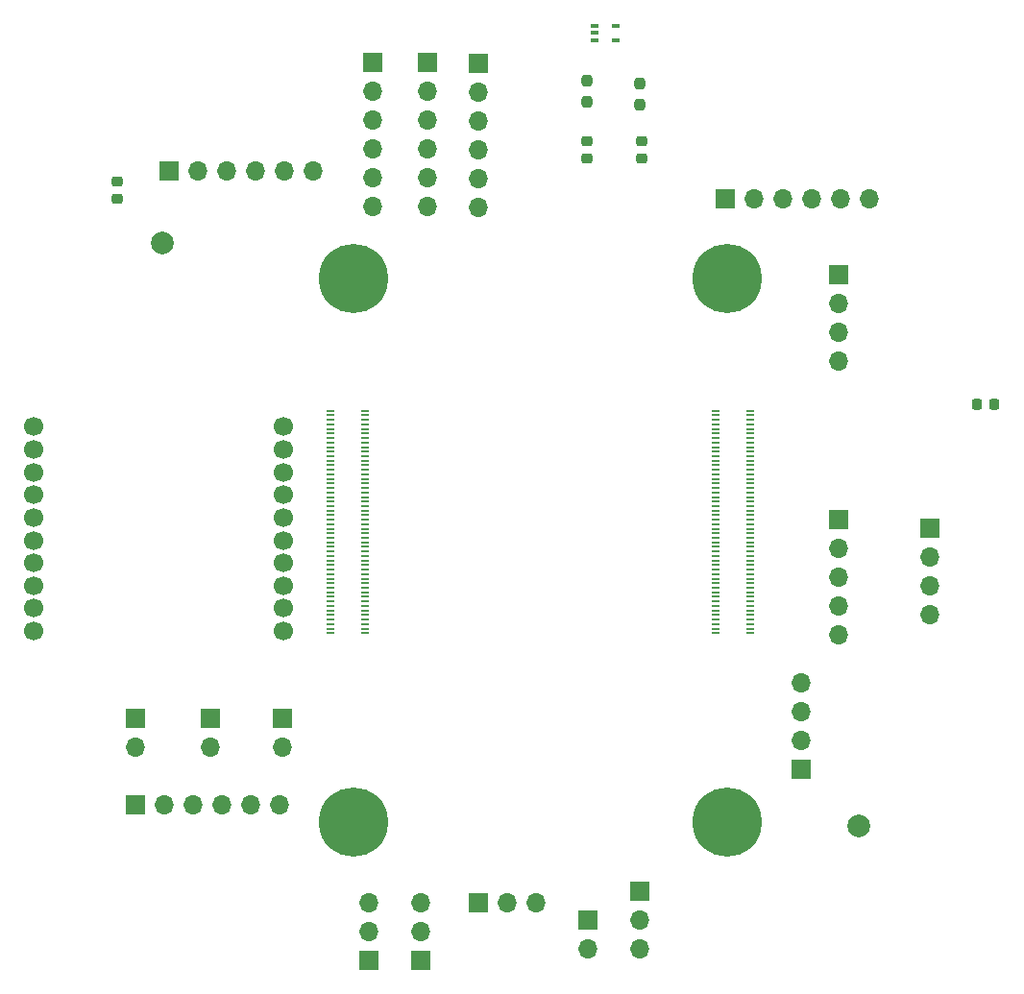
<source format=gts>
%TF.GenerationSoftware,KiCad,Pcbnew,(6.0.5)*%
%TF.CreationDate,2023-03-12T20:27:36+02:00*%
%TF.ProjectId,rpi-cm4-base-carrier-rocket,7270692d-636d-4342-9d62-6173652d6361,v01*%
%TF.SameCoordinates,Original*%
%TF.FileFunction,Soldermask,Top*%
%TF.FilePolarity,Negative*%
%FSLAX46Y46*%
G04 Gerber Fmt 4.6, Leading zero omitted, Abs format (unit mm)*
G04 Created by KiCad (PCBNEW (6.0.5)) date 2023-03-12 20:27:36*
%MOMM*%
%LPD*%
G01*
G04 APERTURE LIST*
G04 Aperture macros list*
%AMRoundRect*
0 Rectangle with rounded corners*
0 $1 Rounding radius*
0 $2 $3 $4 $5 $6 $7 $8 $9 X,Y pos of 4 corners*
0 Add a 4 corners polygon primitive as box body*
4,1,4,$2,$3,$4,$5,$6,$7,$8,$9,$2,$3,0*
0 Add four circle primitives for the rounded corners*
1,1,$1+$1,$2,$3*
1,1,$1+$1,$4,$5*
1,1,$1+$1,$6,$7*
1,1,$1+$1,$8,$9*
0 Add four rect primitives between the rounded corners*
20,1,$1+$1,$2,$3,$4,$5,0*
20,1,$1+$1,$4,$5,$6,$7,0*
20,1,$1+$1,$6,$7,$8,$9,0*
20,1,$1+$1,$8,$9,$2,$3,0*%
G04 Aperture macros list end*
%ADD10R,1.700000X1.700000*%
%ADD11O,1.700000X1.700000*%
%ADD12C,2.000000*%
%ADD13RoundRect,0.218750X0.256250X-0.218750X0.256250X0.218750X-0.256250X0.218750X-0.256250X-0.218750X0*%
%ADD14RoundRect,0.237500X0.237500X-0.250000X0.237500X0.250000X-0.237500X0.250000X-0.237500X-0.250000X0*%
%ADD15RoundRect,0.225000X0.225000X0.250000X-0.225000X0.250000X-0.225000X-0.250000X0.225000X-0.250000X0*%
%ADD16R,0.650000X0.400000*%
%ADD17RoundRect,0.225000X0.250000X-0.225000X0.250000X0.225000X-0.250000X0.225000X-0.250000X-0.225000X0*%
%ADD18C,1.700000*%
%ADD19C,6.100000*%
%ADD20R,0.700000X0.200000*%
G04 APERTURE END LIST*
D10*
%TO.C,J12*%
X111379000Y-72898000D03*
D11*
X113919000Y-72898000D03*
X116459000Y-72898000D03*
X118999000Y-72898000D03*
X121539000Y-72898000D03*
X124079000Y-72898000D03*
%TD*%
D10*
%TO.C,J6*%
X134162800Y-63322200D03*
D11*
X134162800Y-65862200D03*
X134162800Y-68402200D03*
X134162800Y-70942200D03*
X134162800Y-73482200D03*
X134162800Y-76022200D03*
%TD*%
D12*
%TO.C,REF\u002A\u002A*%
X172200000Y-130600000D03*
%TD*%
D10*
%TO.C,J1*%
X170434000Y-103632000D03*
D11*
X170434000Y-106172000D03*
X170434000Y-108712000D03*
X170434000Y-111252000D03*
X170434000Y-113792000D03*
%TD*%
D10*
%TO.C,J7*%
X129032000Y-142479000D03*
D11*
X129032000Y-139939000D03*
X129032000Y-137399000D03*
%TD*%
D10*
%TO.C,J5*%
X129336800Y-63322200D03*
D11*
X129336800Y-65862200D03*
X129336800Y-68402200D03*
X129336800Y-70942200D03*
X129336800Y-73482200D03*
X129336800Y-76022200D03*
%TD*%
D13*
%TO.C,D2*%
X148209000Y-71780500D03*
X148209000Y-70205500D03*
%TD*%
D10*
%TO.C,J15*%
X108458000Y-128778000D03*
D11*
X110998000Y-128778000D03*
X113538000Y-128778000D03*
X116078000Y-128778000D03*
X118618000Y-128778000D03*
X121158000Y-128778000D03*
%TD*%
D14*
%TO.C,R1*%
X152908000Y-66976000D03*
X152908000Y-65151000D03*
%TD*%
D15*
%TO.C,C_puff1*%
X184150000Y-93472000D03*
X182600000Y-93472000D03*
%TD*%
D10*
%TO.C,J11*%
X133604000Y-142479000D03*
D11*
X133604000Y-139939000D03*
X133604000Y-137399000D03*
%TD*%
D13*
%TO.C,D1*%
X153035000Y-71780500D03*
X153035000Y-70205500D03*
%TD*%
D16*
%TO.C,U1*%
X148910000Y-60056000D03*
X148910000Y-60706000D03*
X148910000Y-61356000D03*
X150810000Y-61356000D03*
X150810000Y-60056000D03*
%TD*%
D10*
%TO.C,J10*%
X148336000Y-138933000D03*
D11*
X148336000Y-141473000D03*
%TD*%
D12*
%TO.C,REF\u002A\u002A*%
X110800000Y-79200000D03*
%TD*%
D17*
%TO.C,C_puff2*%
X106807000Y-75324000D03*
X106807000Y-73774000D03*
%TD*%
D10*
%TO.C,J9*%
X138684000Y-63373000D03*
D11*
X138684000Y-65913000D03*
X138684000Y-68453000D03*
X138684000Y-70993000D03*
X138684000Y-73533000D03*
X138684000Y-76073000D03*
%TD*%
D10*
%TO.C,J8*%
X178435000Y-104394000D03*
D11*
X178435000Y-106934000D03*
X178435000Y-109474000D03*
X178435000Y-112014000D03*
%TD*%
D10*
%TO.C,J14*%
X160401000Y-75311000D03*
D11*
X162941000Y-75311000D03*
X165481000Y-75311000D03*
X168021000Y-75311000D03*
X170561000Y-75311000D03*
X173101000Y-75311000D03*
%TD*%
D10*
%TO.C,J16*%
X170434000Y-82042000D03*
D11*
X170434000Y-84582000D03*
X170434000Y-87122000D03*
X170434000Y-89662000D03*
%TD*%
D14*
%TO.C,R2*%
X148209000Y-66722000D03*
X148209000Y-64897000D03*
%TD*%
D18*
%TO.C,A1*%
X99515400Y-95419000D03*
X99515400Y-97419000D03*
X99515400Y-99419000D03*
X99515400Y-101419000D03*
X99515400Y-103419000D03*
X99515400Y-105419000D03*
X99515400Y-107419000D03*
X99515400Y-109419000D03*
X99515400Y-111419000D03*
X99515400Y-113419000D03*
X121515400Y-113419000D03*
X121515400Y-111419000D03*
X121515400Y-109419000D03*
X121515400Y-107419000D03*
X121515400Y-105419000D03*
X121515400Y-103419000D03*
X121515400Y-101419000D03*
X121515400Y-99419000D03*
X121515400Y-97419000D03*
X121515400Y-95419000D03*
%TD*%
D10*
%TO.C,J13*%
X138699000Y-137414000D03*
D11*
X141239000Y-137414000D03*
X143779000Y-137414000D03*
%TD*%
D19*
%TO.C,Module1*%
X160636000Y-82302000D03*
X127636000Y-130302000D03*
X127636000Y-82302000D03*
X160636000Y-130302000D03*
D20*
X162636000Y-113602000D03*
X159556000Y-113602000D03*
X162636000Y-113202000D03*
X159556000Y-113202000D03*
X162636000Y-112802000D03*
X159556000Y-112802000D03*
X162636000Y-112402000D03*
X159556000Y-112402000D03*
X162636000Y-112002000D03*
X159556000Y-112002000D03*
X162636000Y-111602000D03*
X159556000Y-111602000D03*
X162636000Y-111202000D03*
X159556000Y-111202000D03*
X162636000Y-110802000D03*
X159556000Y-110802000D03*
X162636000Y-110402000D03*
X159556000Y-110402000D03*
X162636000Y-110002000D03*
X159556000Y-110002000D03*
X162636000Y-109602000D03*
X159556000Y-109602000D03*
X162636000Y-109202000D03*
X159556000Y-109202000D03*
X162636000Y-108802000D03*
X159556000Y-108802000D03*
X162636000Y-108402000D03*
X159556000Y-108402000D03*
X162636000Y-108002000D03*
X159556000Y-108002000D03*
X162636000Y-107602000D03*
X159556000Y-107602000D03*
X162636000Y-107202000D03*
X159556000Y-107202000D03*
X162636000Y-106802000D03*
X159556000Y-106802000D03*
X162636000Y-106402000D03*
X159556000Y-106402000D03*
X162636000Y-106002000D03*
X159556000Y-106002000D03*
X162636000Y-105602000D03*
X159556000Y-105602000D03*
X162636000Y-105202000D03*
X159556000Y-105202000D03*
X162636000Y-104802000D03*
X159556000Y-104802000D03*
X162636000Y-104402000D03*
X159556000Y-104402000D03*
X162636000Y-104002000D03*
X159556000Y-104002000D03*
X162636000Y-103602000D03*
X159556000Y-103602000D03*
X162636000Y-103202000D03*
X159556000Y-103202000D03*
X162636000Y-102802000D03*
X159556000Y-102802000D03*
X162636000Y-102402000D03*
X159556000Y-102402000D03*
X162636000Y-102002000D03*
X159556000Y-102002000D03*
X162636000Y-101602000D03*
X159556000Y-101602000D03*
X162636000Y-101202000D03*
X159556000Y-101202000D03*
X162636000Y-100802000D03*
X159556000Y-100802000D03*
X162636000Y-100402000D03*
X159556000Y-100402000D03*
X162636000Y-100002000D03*
X159556000Y-100002000D03*
X162636000Y-99602000D03*
X159556000Y-99602000D03*
X162636000Y-99202000D03*
X159556000Y-99202000D03*
X162636000Y-98802000D03*
X159556000Y-98802000D03*
X162636000Y-98402000D03*
X159556000Y-98402000D03*
X162636000Y-98002000D03*
X159556000Y-98002000D03*
X162636000Y-97602000D03*
X159556000Y-97602000D03*
X162636000Y-97202000D03*
X159556000Y-97202000D03*
X162636000Y-96802000D03*
X159556000Y-96802000D03*
X162636000Y-96402000D03*
X159556000Y-96402000D03*
X162636000Y-96002000D03*
X159556000Y-96002000D03*
X162636000Y-95602000D03*
X159556000Y-95602000D03*
X162636000Y-95202000D03*
X159556000Y-95202000D03*
X162636000Y-94802000D03*
X159556000Y-94802000D03*
X162636000Y-94402000D03*
X159556000Y-94402000D03*
X162636000Y-94002000D03*
X159556000Y-94002000D03*
X128716000Y-113602000D03*
X125636000Y-113602000D03*
X128716000Y-113202000D03*
X125636000Y-113202000D03*
X128716000Y-112802000D03*
X125636000Y-112802000D03*
X128716000Y-112402000D03*
X125636000Y-112402000D03*
X128716000Y-112002000D03*
X125636000Y-112002000D03*
X128716000Y-111602000D03*
X125636000Y-111602000D03*
X128716000Y-111202000D03*
X125636000Y-111202000D03*
X128716000Y-110802000D03*
X125636000Y-110802000D03*
X128716000Y-110402000D03*
X125636000Y-110402000D03*
X128716000Y-110002000D03*
X125636000Y-110002000D03*
X128716000Y-109602000D03*
X125636000Y-109602000D03*
X128716000Y-109202000D03*
X125636000Y-109202000D03*
X128716000Y-108802000D03*
X125636000Y-108802000D03*
X128716000Y-108402000D03*
X125636000Y-108402000D03*
X128716000Y-108002000D03*
X125636000Y-108002000D03*
X128716000Y-107602000D03*
X125636000Y-107602000D03*
X128716000Y-107202000D03*
X125636000Y-107202000D03*
X128716000Y-106802000D03*
X125636000Y-106802000D03*
X128716000Y-106402000D03*
X125636000Y-106402000D03*
X128716000Y-106002000D03*
X125636000Y-106002000D03*
X128716000Y-105602000D03*
X125636000Y-105602000D03*
X128716000Y-105202000D03*
X125636000Y-105202000D03*
X128716000Y-104802000D03*
X125636000Y-104802000D03*
X128716000Y-104402000D03*
X125636000Y-104402000D03*
X128716000Y-104002000D03*
X125636000Y-104002000D03*
X128716000Y-103602000D03*
X125636000Y-103602000D03*
X128716000Y-103202000D03*
X125636000Y-103202000D03*
X128716000Y-102802000D03*
X125636000Y-102802000D03*
X128716000Y-102402000D03*
X125636000Y-102402000D03*
X128716000Y-102002000D03*
X125636000Y-102002000D03*
X128716000Y-101602000D03*
X125636000Y-101602000D03*
X128716000Y-101202000D03*
X125636000Y-101202000D03*
X128716000Y-100802000D03*
X125636000Y-100802000D03*
X128716000Y-100402000D03*
X125636000Y-100402000D03*
X128716000Y-100002000D03*
X125636000Y-100002000D03*
X128716000Y-99602000D03*
X125636000Y-99602000D03*
X128716000Y-99202000D03*
X125636000Y-99202000D03*
X128716000Y-98802000D03*
X125636000Y-98802000D03*
X128716000Y-98402000D03*
X125636000Y-98402000D03*
X128716000Y-98002000D03*
X125636000Y-98002000D03*
X128716000Y-97602000D03*
X125636000Y-97602000D03*
X128716000Y-97202000D03*
X125636000Y-97202000D03*
X128716000Y-96802000D03*
X125636000Y-96802000D03*
X128716000Y-96402000D03*
X125636000Y-96402000D03*
X128716000Y-96002000D03*
X125636000Y-96002000D03*
X128716000Y-95602000D03*
X125636000Y-95602000D03*
X128716000Y-95202000D03*
X125636000Y-95202000D03*
X128716000Y-94802000D03*
X125636000Y-94802000D03*
X128716000Y-94402000D03*
X125636000Y-94402000D03*
X128716000Y-94002000D03*
X125636000Y-94002000D03*
%TD*%
D10*
%TO.C,J4*%
X115062000Y-121158000D03*
D11*
X115062000Y-123698000D03*
%TD*%
D10*
%TO.C,J2*%
X167132000Y-125593000D03*
D11*
X167132000Y-123053000D03*
X167132000Y-120513000D03*
X167132000Y-117973000D03*
%TD*%
D10*
%TO.C,J3*%
X152908000Y-136398000D03*
D11*
X152908000Y-138938000D03*
X152908000Y-141478000D03*
%TD*%
D10*
%TO.C,J19*%
X121412000Y-121158000D03*
D11*
X121412000Y-123698000D03*
%TD*%
D10*
%TO.C,J17*%
X108458000Y-121153000D03*
D11*
X108458000Y-123693000D03*
%TD*%
M02*

</source>
